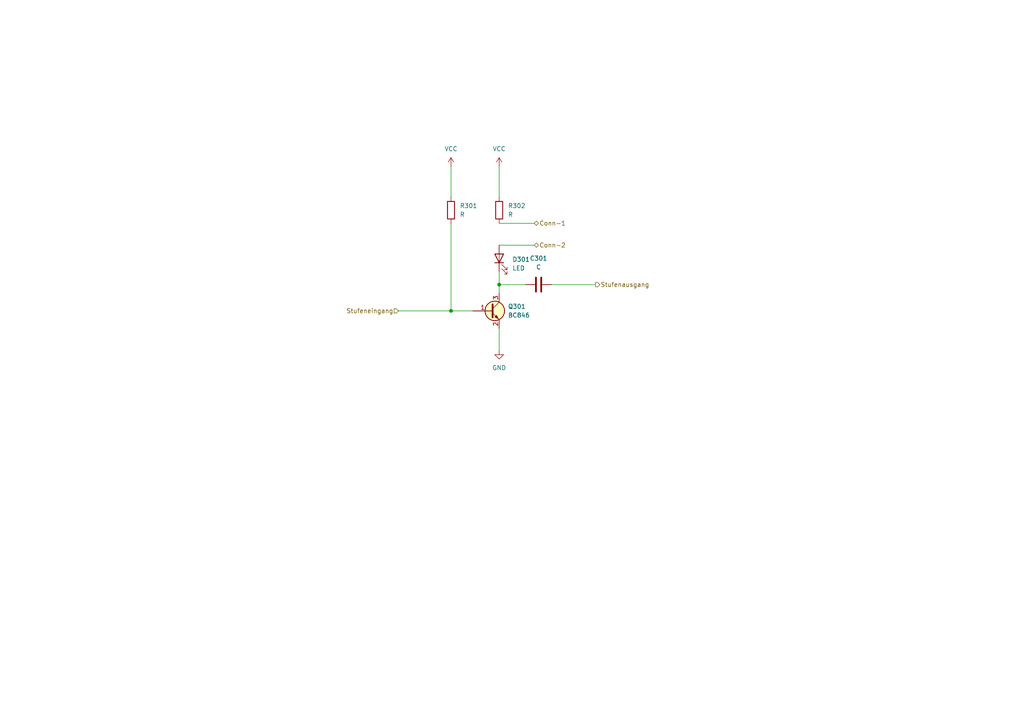
<source format=kicad_sch>
(kicad_sch (version 20230121) (generator eeschema)
  (paper "A4")
  (lib_symbols
    (symbol "Device:C" (pin_numbers hide) (pin_names (offset 0.254))
      (property "Reference" "C" (at 0.635 2.54 0))
      (property "Value" "C" (at 0.635 -2.54 0))
      (symbol "C_0_1"
        (polyline (pts (xy -2.032 -0.762) (xy 2.032 -0.762)) (stroke (width 0.508)))
        (polyline (pts (xy -2.032 0.762) (xy 2.032 0.762)) (stroke (width 0.508)))
      )
      (symbol "C_1_1"
        (pin passive line (at 0 3.81 270) (length 2.794) (name "~") (number "1"))
        (pin passive line (at 0 -3.81 90) (length 2.794) (name "~") (number "2"))
      )
    )
    (symbol "Device:LED" (pin_numbers hide) (pin_names (offset 1.016) hide)
      (property "Reference" "D" (at 0 2.54 0))
      (property "Value" "LED" (at 0 -2.54 0))
      (symbol "LED_0_1"
        (polyline (pts (xy -1.27 -1.27) (xy -1.27 1.27)) (stroke (width 0.254)))
        (polyline (pts (xy -1.27 0) (xy 1.27 0)))
        (polyline (pts (xy 1.27 -1.27) (xy 1.27 1.27) (xy -1.27 0) (xy 1.27 -1.27)) (stroke (width 0.254)))
        (polyline (pts (xy -3.048 -0.762) (xy -4.572 -2.286) (xy -3.81 -2.286) (xy -4.572 -2.286) (xy -4.572 -1.524)))
        (polyline (pts (xy -1.778 -0.762) (xy -3.302 -2.286) (xy -2.54 -2.286) (xy -3.302 -2.286) (xy -3.302 -1.524)))
      )
      (symbol "LED_1_1"
        (pin passive line (at -3.81 0 0) (length 2.54) (name "K") (number "1"))
        (pin passive line (at 3.81 0 180) (length 2.54) (name "A") (number "2"))
      )
    )
    (symbol "Device:R" (pin_numbers hide) (pin_names (offset 0))
      (property "Reference" "R" (at 2.032 0 90))
      (property "Value" "R" (at 0 0 90))
      (symbol "R_0_1"
        (rectangle (start -1.016 -2.54) (end 1.016 2.54) (stroke (width 0.254)))
      )
      (symbol "R_1_1"
        (pin passive line (at 0 3.81 270) (length 1.27) (name "~") (number "1"))
        (pin passive line (at 0 -3.81 90) (length 1.27) (name "~") (number "2"))
      )
    )
    (symbol "PCM_4ms_Power-symbol:GND" (power) (pin_names (offset 0))
      (property "Value" "GND" (at 0 -3.81 0))
      (symbol "GND_0_1"
        (polyline (pts (xy 0 0) (xy 0 -1.27) (xy 1.27 -1.27) (xy 0 -2.54) (xy -1.27 -1.27) (xy 0 -1.27)))
      )
      (symbol "GND_1_1"
        (pin power_in line (at 0 0 270) (length 0) hide (name "GND") (number "1"))
      )
    )
    (symbol "PCM_Transistor_BJT_AKL:BC846" (pin_names hide)
      (property "Reference" "Q" (at 5.08 1.27 0))
      (property "Value" "BC846" (at 5.08 -1.27 0))
      (symbol "BC846_0_1"
        (polyline (pts (xy 0.635 0.635) (xy 2.54 2.54)))
        (polyline (pts (xy 0.635 -0.635) (xy 2.54 -2.54) (xy 2.54 -2.54)))
        (polyline (pts (xy 0.635 1.905) (xy 0.635 -1.905) (xy 0.635 -1.905)) (stroke (width 0.508)))
        (polyline (pts (xy 1.27 -1.778) (xy 1.778 -1.27) (xy 2.286 -2.286) (xy 1.27 -1.778) (xy 1.27 -1.778)) (fill (type outline)))
        (circle (center 1.27 0) (radius 2.8194) (stroke (width 0.254)) (fill (type background)))
      )
      (symbol "BC846_1_1"
        (pin input line (at -5.08 0 0) (length 5.715) (name "B") (number "1"))
        (pin passive line (at 2.54 -5.08 90) (length 2.54) (name "E") (number "2"))
        (pin passive line (at 2.54 5.08 270) (length 2.54) (name "C") (number "3"))
      )
    )
    (symbol "power:VCC" (power) (pin_names (offset 0))
      (property "Value" "VCC" (at 0 3.81 0))
      (symbol "VCC_0_1"
        (polyline (pts (xy -0.762 1.27) (xy 0 2.54)))
        (polyline (pts (xy 0 0) (xy 0 2.54)))
        (polyline (pts (xy 0 2.54) (xy 0.762 1.27)))
      )
      (symbol "VCC_1_1"
        (pin power_in line (at 0 0 90) (length 0) hide (name "VCC") (number "1"))
      )
    )
  )
  (junction (at 144.78 82.55))
  (junction (at 130.81 90.17))
  (wire (pts (xy 144.78 95.25) (xy 144.78 101.6)))
  (wire (pts (xy 144.78 78.74) (xy 144.78 82.55)))
  (wire (pts (xy 144.78 82.55) (xy 144.78 85.09)))
  (wire (pts (xy 144.78 48.26) (xy 144.78 57.15)))
  (wire (pts (xy 144.78 71.12) (xy 154.94 71.12)))
  (wire (pts (xy 130.81 64.77) (xy 130.81 90.17)))
  (wire (pts (xy 130.81 90.17) (xy 137.16 90.17)))
  (wire (pts (xy 144.78 64.77) (xy 154.94 64.77)))
  (wire (pts (xy 160.02 82.55) (xy 172.72 82.55)))
  (wire (pts (xy 144.78 82.55) (xy 152.4 82.55)))
  (wire (pts (xy 115.57 90.17) (xy 130.81 90.17)))
  (wire (pts (xy 130.81 48.26) (xy 130.81 57.15)))
  (hierarchical_label "Stufenausgang" (shape output) (at 172.72 82.55 0))
  (hierarchical_label "Conn-1" (shape bidirectional) (at 154.94 64.77 0))
  (hierarchical_label "Stufeneingang" (shape input) (at 115.57 90.17 180))
  (hierarchical_label "Conn-2" (shape bidirectional) (at 154.94 71.12 0))
  (symbol (lib_id "Device:LED") (at 144.78 74.93 90) (unit 1)
    (property "Reference" "D301" (at 148.59 75.2475 90) (effects (justify right)))
    (property "Value" "LED" (at 148.59 77.7875 90) (effects (justify right)))
    (property "Footprint" "LED_SMD:LED_0805_2012Metric_Pad1.15x1.40mm_HandSolder" (effects hide))
    (instances (project "Netzwerktester" (path "" (reference "D301") (unit 1)) (path "" (reference "D501") (unit 1)) (path "" (reference "D701") (unit 1)) (path "" (reference "D901") (unit 1)) (path "" (reference "D601") (unit 1)) (path "" (reference "D201") (unit 1)) (path "" (reference "D401") (unit 1)) (path "" (reference "D801") (unit 1))))
  )
  (symbol (lib_id "Device:R") (at 130.81 60.96 0) (unit 1)
    (property "Reference" "R301" (at 133.35 59.69 0) (effects (justify left)))
    (property "Value" "R" (at 133.35 62.23 0) (effects (justify left)))
    (property "Footprint" "Resistor_SMD:R_0805_2012Metric_Pad1.20x1.40mm_HandSolder" (effects hide))
    (instances (project "Netzwerktester" (path "" (reference "R301") (unit 1)) (path "" (reference "R501") (unit 1)) (path "" (reference "R701") (unit 1)) (path "" (reference "R901") (unit 1)) (path "" (reference "R601") (unit 1)) (path "" (reference "R201") (unit 1)) (path "" (reference "R401") (unit 1)) (path "" (reference "R801") (unit 1))))
  )
  (symbol (lib_id "power:VCC") (at 144.78 48.26 0) (unit 1)
    (property "Reference" "#PWR0602" (effects hide))
    (property "Value" "VCC" (at 144.78 43.18 0))
    (instances (project "Netzwerktester" (path "" (reference "#PWR0602") (unit 1)) (path "" (reference "#PWR0202") (unit 1)) (path "" (reference "#PWR0302") (unit 1)) (path "" (reference "#PWR0402") (unit 1)) (path "" (reference "#PWR0502") (unit 1)) (path "" (reference "#PWR0702") (unit 1)) (path "" (reference "#PWR0802") (unit 1)) (path "" (reference "#PWR0902") (unit 1))))
  )
  (symbol (lib_id "power:VCC") (at 130.81 48.26 0) (unit 1)
    (property "Reference" "#PWR0601" (effects hide))
    (property "Value" "VCC" (at 130.81 43.18 0))
    (instances (project "Netzwerktester" (path "" (reference "#PWR0601") (unit 1)) (path "" (reference "#PWR0201") (unit 1)) (path "" (reference "#PWR0301") (unit 1)) (path "" (reference "#PWR0401") (unit 1)) (path "" (reference "#PWR0501") (unit 1)) (path "" (reference "#PWR0701") (unit 1)) (path "" (reference "#PWR0801") (unit 1)) (path "" (reference "#PWR0901") (unit 1))))
  )
  (symbol (lib_id "Device:C") (at 156.21 82.55 90) (unit 1)
    (property "Reference" "C301" (at 156.21 74.93 90))
    (property "Value" "C" (at 156.21 77.47 90))
    (property "Footprint" "Capacitor_SMD:C_0805_2012Metric_Pad1.18x1.45mm_HandSolder" (effects hide))
    (instances (project "Netzwerktester" (path "" (reference "C301") (unit 1)) (path "" (reference "C501") (unit 1)) (path "" (reference "C701") (unit 1)) (path "" (reference "C901") (unit 1)) (path "" (reference "C601") (unit 1)) (path "" (reference "C201") (unit 1)) (path "" (reference "C401") (unit 1)) (path "" (reference "C801") (unit 1))))
  )
  (symbol (lib_id "PCM_Transistor_BJT_AKL:BC846") (at 142.24 90.17 0) (unit 1)
    (property "Reference" "Q301" (at 147.32 88.9 0) (effects (justify left)))
    (property "Value" "BC846" (at 147.32 91.44 0) (effects (justify left)))
    (property "Footprint" "PCM_4ms_Package_SOT:SOT-23" (effects hide))
    (property "Datasheet" "https://assets.nexperia.cn/documents/data-sheet/BC846_SER.pdf" (effects hide))
    (instances (project "Netzwerktester" (path "" (reference "Q301") (unit 1)) (path "" (reference "Q501") (unit 1)) (path "" (reference "Q701") (unit 1)) (path "" (reference "Q901") (unit 1)) (path "" (reference "Q601") (unit 1)) (path "" (reference "Q201") (unit 1)) (path "" (reference "Q401") (unit 1)) (path "" (reference "Q801") (unit 1))))
  )
  (symbol (lib_id "Device:R") (at 144.78 60.96 0) (unit 1)
    (property "Reference" "R302" (at 147.32 59.69 0) (effects (justify left)))
    (property "Value" "R" (at 147.32 62.23 0) (effects (justify left)))
    (property "Footprint" "Resistor_SMD:R_0805_2012Metric_Pad1.20x1.40mm_HandSolder" (effects hide))
    (instances (project "Netzwerktester" (path "" (reference "R302") (unit 1)) (path "" (reference "R502") (unit 1)) (path "" (reference "R702") (unit 1)) (path "" (reference "R902") (unit 1)) (path "" (reference "R602") (unit 1)) (path "" (reference "R202") (unit 1)) (path "" (reference "R402") (unit 1)) (path "" (reference "R802") (unit 1))))
  )
  (symbol (lib_id "PCM_4ms_Power-symbol:GND") (at 144.78 101.6 0) (unit 1)
    (property "Reference" "#PWR0603" (effects hide))
    (property "Value" "GND" (at 144.78 106.68 0))
    (instances (project "Netzwerktester" (path "" (reference "#PWR0603") (unit 1)) (path "" (reference "#PWR0203") (unit 1)) (path "" (reference "#PWR0303") (unit 1)) (path "" (reference "#PWR0403") (unit 1)) (path "" (reference "#PWR0503") (unit 1)) (path "" (reference "#PWR0703") (unit 1)) (path "" (reference "#PWR0803") (unit 1)) (path "" (reference "#PWR0903") (unit 1))))
  )
)
</source>
